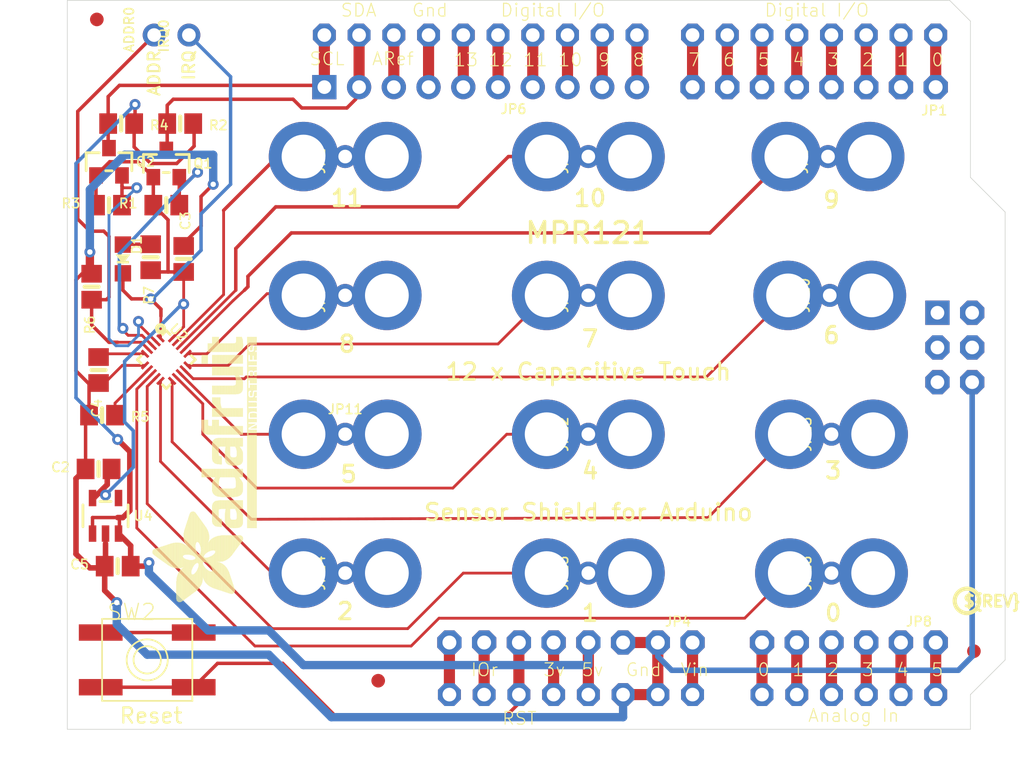
<source format=kicad_pcb>
(kicad_pcb (version 20221018) (generator pcbnew)
  (layers (0 "F.Cu" signal) (31 "B.Cu" signal) (34 "B.Paste" user) (35 "F.Paste" user) (36 "B.SilkS" user "B.Silkscreen") (37 "F.SilkS" user "F.Silkscreen") (38 "B.Mask" user) (39 "F.Mask" user) (44 "Edge.Cuts" user))
  (net 0 "")
  (net 1 "GND")
  (net 2 "VIN")
  (net 3 "+3V")
  (net 4 "~{RESET}")
  (net 5 "IORESET")
  (net 6 "NC")
  (net 7 "AREF")
  (net 8 "D5")
  (net 9 "D2")
  (net 10 "D1")
  (net 11 "D0")
  (net 12 "A5")
  (net 13 "A4")
  (net 14 "A3")
  (net 15 "A2")
  (net 16 "A1")
  (net 17 "A0")
  (net 18 "+5V")
  (net 19 "D13")
  (net 20 "D11")
  (net 21 "D12")
  (net 22 "D10")
  (net 23 "D9")
  (net 24 "D8")
  (net 25 "D7")
  (net 26 "D6")
  (net 27 "D3")
  (net 28 "D4")
  (net 29 "3.3V")
  (net 30 "N$114")
  (net 31 "N$115")
  (net 32 "IRQ")
  (net 33 "ELEC0")
  (net 34 "ELEC1")
  (net 35 "ELEC2")
  (net 36 "ELEC3")
  (net 37 "ELEC4")
  (net 38 "ELEC5")
  (net 39 "ELEC6")
  (net 40 "ELEC7")
  (net 41 "ELEC8")
  (net 42 "ELEC9")
  (net 43 "ELEC10")
  (net 44 "ELEC11")
  (net 45 "N$116")
  (net 46 "ADDR")
  (net 47 "SCL_3V")
  (net 48 "SDA_3V")
  (net 49 "SDA")
  (net 50 "SCL")
  (footprint "working:FIDUCIAL_1MM" (layer "F.Cu") (at 116.3701 79.7306)
    (fp_text reference "FID3" hide)
    (fp_text value "FIDUCIAL\"\"" hide)
  )
  (footprint "working:FIDUCIAL_1MM" (layer "F.Cu") (at 136.9441 128.1176)
    (fp_text reference "FID1" hide)
    (fp_text value "FIDUCIAL\"\"" hide)
  )
  (footprint "working:ALLIGATORCLIP" (layer "F.Cu") (at 170.0911 110.0836 90)
    (fp_text reference "AL4" hide)
    (fp_text value "ALLIGATORCLIP_MICRO" hide)
  )
  (footprint "" (layer "F.Cu") (at 129.4511 80.8736)
    (fp_text reference "@HOLE0" hide)
    (fp_text value "")
  )
  (footprint "working:ALLIGATORCLIP" (layer "F.Cu") (at 152.3111 89.7636 90)
    (fp_text reference "AL11" hide)
    (fp_text value "ALLIGATORCLIP_MICRO" hide)
  )
  (footprint "working:SOT23-WIDE" (layer "F.Cu") (at 121.4501 90.2716)
    (fp_text reference "Q1")
    (fp_text value "BSS138")
  )
  (footprint "working:CHIPLED_0805_NOOUTLINE" (layer "F.Cu") (at 118.2751 97.2566 180)
    (fp_text reference "D1")
    (fp_text value "RED")
  )
  (footprint "working:ALLIGATORCLIP" (layer "F.Cu") (at 134.5311 89.7636 90)
    (fp_text reference "AL12" hide)
    (fp_text value "ALLIGATORCLIP_MICRO" hide)
  )
  (footprint "working:1X01_ROUND" (layer "F.Cu") (at 152.3111 89.7636 90)
    (fp_text reference "JP3")
    (fp_text value "")
  )
  (footprint "working:0805-NO" (layer "F.Cu") (at 122.7201 97.2566 90)
    (fp_text reference "C3")
    (fp_text value "0.1uF")
  )
  (footprint "working:1X01_ROUND" (layer "F.Cu") (at 134.5311 110.0836)
    (fp_text reference "JP11")
    (fp_text value "")
  )
  (footprint "working:ALLIGATORCLIP" (layer "F.Cu") (at 134.5311 110.0836 -90)
    (fp_text reference "AL6" hide)
    (fp_text value "ALLIGATORCLIP_MICRO" hide)
  )
  (footprint "working:1X01_ROUND" (layer "F.Cu") (at 169.9641 99.9236 90)
    (fp_text reference "JP10")
    (fp_text value "")
  )
  (footprint "working:1X01_ROUND" (layer "F.Cu") (at 120.5611 80.8736 90)
    (fp_text reference "ADDR0")
    (fp_text value "")
  )
  (footprint "working:ALLIGATORCLIP" (layer "F.Cu") (at 152.3111 99.9236 90)
    (fp_text reference "AL8" hide)
    (fp_text value "ALLIGATORCLIP_MICRO" hide)
  )
  (footprint "working:SOT23-WIDE" (layer "F.Cu") (at 117.2591 90.1446)
    (fp_text reference "Q2")
    (fp_text value "BSS138")
  )
  (footprint "working:0805-NO" (layer "F.Cu") (at 117.8941 119.7356 180)
    (fp_text reference "C5")
    (fp_text value "10uF")
  )
  (footprint "working:1X01_ROUND" (layer "F.Cu") (at 169.8371 89.7636 90)
    (fp_text reference "JP5")
    (fp_text value "")
  )
  (footprint "" (layer "F.Cu") (at 180.2511 96.1136)
    (fp_text reference "@HOLE2" hide)
    (fp_text value "")
  )
  (footprint "working:1X01_ROUND" (layer "F.Cu") (at 170.0911 110.0836 90)
    (fp_text reference "JP13")
    (fp_text value "")
  )
  (footprint "working:1X01_ROUND" (layer "F.Cu") (at 152.3111 99.9236 90)
    (fp_text reference "JP9")
    (fp_text value "")
  )
  (footprint "working:1X08-CLEANBIG" (layer "F.Cu") (at 168.8211 84.6836)
    (fp_text reference "JP1")
    (fp_text value "")
  )
  (footprint "" (layer "F.Cu") (at 128.1811 129.1336)
    (fp_text reference "@HOLE1" hide)
    (fp_text value "")
  )
  (footprint "working:1X01_ROUND" (layer "F.Cu") (at 170.0911 120.2436 90)
    (fp_text reference "JP16")
    (fp_text value "")
  )
  (footprint "working:1X10_ROUND70" (layer "F.Cu") (at 144.4371 84.6836)
    (fp_text reference "JP6")
    (fp_text value "")
  )
  (footprint "working:0805-NO" (layer "F.Cu") (at 115.9891 99.2886 -90)
    (fp_text reference "R6")
    (fp_text value "75K")
  )
  (footprint "working:ALLIGATORCLIP" (layer "F.Cu") (at 169.8371 89.7636 90)
    (fp_text reference "AL10" hide)
    (fp_text value "ALLIGATORCLIP_MICRO" hide)
  )
  (footprint "working:0805-NO" (layer "F.Cu") (at 116.7511 108.6866)
    (fp_text reference "R5")
    (fp_text value "75K")
  )
  (footprint "working:0805-NO" (layer "F.Cu") (at 118.1481 87.3506)
    (fp_text reference "R4")
    (fp_text value "10K")
  )
  (footprint "working:ALLIGATORCLIP" (layer "F.Cu") (at 134.5311 120.2436 -90)
    (fp_text reference "AL3" hide)
    (fp_text value "ALLIGATORCLIP_MICRO" hide)
  )
  (footprint "working:ALLIGATORCLIP" (layer "F.Cu") (at 170.0911 120.2436 90)
    (fp_text reference "AL1" hide)
    (fp_text value "ALLIGATORCLIP_MICRO" hide)
  )
  (footprint "working:0805-NO" (layer "F.Cu") (at 116.4971 105.3846 -90)
    (fp_text reference "C4")
    (fp_text value "0.1uF")
  )
  (footprint "working:ALLIGATORCLIP" (layer "F.Cu") (at 152.3111 110.0836 90)
    (fp_text reference "AL5" hide)
    (fp_text value "ALLIGATORCLIP_MICRO" hide)
  )
  (footprint "working:0805-NO" (layer "F.Cu") (at 120.3071 97.1296 -90)
    (fp_text reference "R7")
    (fp_text value "1K")
  )
  (footprint "working:ADAFRUIT_TEXT_20MM" (layer "F.Cu") (at 128.0541 122.5296 90)
    (fp_text reference "U$9" hide)
    (fp_text value "" hide)
  )
  (footprint "working:QFN20_3MM_NOTHERMAL" (layer "F.Cu") (at 121.4501 104.6226 -45)
    (fp_text reference "U2")
    (fp_text value "MPR121")
  )
  (footprint "working:EVQ-Q2" (layer "F.Cu") (at 120.0531 126.5936)
    (fp_text reference "SW2")
    (fp_text value "SPST_TACT-EVQQ2")
  )
  (footprint "working:1X01_ROUND" (layer "F.Cu") (at 152.3111 110.0836 90)
    (fp_text reference "JP12")
    (fp_text value "")
  )
  (footprint "working:ALLIGATORCLIP" (layer "F.Cu") (at 152.3111 120.2436 90)
    (fp_text reference "AL2" hide)
    (fp_text value "ALLIGATORCLIP_MICRO" hide)
  )
  (footprint "working:FIDUCIAL_1MM" (layer "F.Cu") (at 180.5051 125.9586)
    (fp_text reference "FID2" hide)
    (fp_text value "FIDUCIAL\"\"" hide)
  )
  (footprint "working:1X01_ROUND" (layer "F.Cu") (at 134.5311 89.7636 90)
    (fp_text reference "JP2")
    (fp_text value "")
  )
  (footprint "working:0805-NO" (layer "F.Cu") (at 122.4661 87.3506)
    (fp_text reference "R2")
    (fp_text value "10K")
  )
  (footprint "working:1X01_ROUND" (layer "F.Cu") (at 152.3111 120.2436 90)
    (fp_text reference "JP15")
    (fp_text value "")
  )
  (footprint "working:SOT23-5" (layer "F.Cu") (at 117.0051 116.0526)
    (fp_text reference "U4")
    (fp_text value "MIC5225-3.3")
  )
  (footprint "working:ALLIGATORCLIP" (layer "F.Cu") (at 169.9641 99.9236 90)
    (fp_text reference "AL7" hide)
    (fp_text value "ALLIGATORCLIP_MICRO" hide)
  )
  (footprint "working:0805-NO" (layer "F.Cu") (at 116.4971 112.6236 180)
    (fp_text reference "C2")
    (fp_text value "10uF")
  )
  (footprint "working:PCBFEAT-REV-040" (layer "F.Cu") (at 179.9971 122.2756)
    (fp_text reference "U$8" hide)
    (fp_text value "" hide)
  )
  (footprint "working:1X01_ROUND" (layer "F.Cu") (at 123.1011 80.8736 90)
    (fp_text reference "IRQ0")
    (fp_text value "")
  )
  (footprint "working:0805-NO" (layer "F.Cu") (at 121.4501 93.3196 180)
    (fp_text reference "R1")
    (fp_text value "10K")
  )
  (footprint "working:0805-NO" (layer "F.Cu") (at 117.2591 93.3196 180)
    (fp_text reference "R3")
    (fp_text value "10K")
  )
  (footprint "working:ARDUINOR3_ICSP" (layer "F.Cu") (at 114.2111 131.6736)
    (fp_text reference "U$41" hide)
    (fp_text value "ARDUINO_R3_ICSP" hide)
    (fp_line (start 0 -53.34) (end 0 0) (stroke (width 0.05)) (layer "Edge.Cuts"))
    (fp_line (start 0 0) (end 66.04 0) (stroke (width 0.05)) (layer "Edge.Cuts"))
    (fp_line (start 64.516 -53.34) (end 0 -53.34) (stroke (width 0.05)) (layer "Edge.Cuts"))
    (fp_line (start 66.04 -51.816) (end 64.516 -53.34) (stroke (width 0.05)) (layer "Edge.Cuts"))
    (fp_line (start 66.04 -40.386) (end 66.04 -51.816) (stroke (width 0.05)) (layer "Edge.Cuts"))
    (fp_line (start 66.04 -2.54) (end 68.58 -5.08) (stroke (width 0.05)) (layer "Edge.Cuts"))
    (fp_line (start 66.04 0) (end 66.04 -2.54) (stroke (width 0.05)) (layer "Edge.Cuts"))
    (fp_line (start 68.58 -37.846) (end 66.04 -40.386) (stroke (width 0.05)) (layer "Edge.Cuts"))
    (fp_line (start 68.58 -5.08) (end 68.58 -37.846) (stroke (width 0.05)) (layer "Edge.Cuts"))
  )
  (footprint "working:1X01_ROUND" (layer "F.Cu") (at 134.5311 99.9236 90)
    (fp_text reference "JP7")
    (fp_text value "")
  )
  (footprint "working:1X01_ROUND" (layer "F.Cu") (at 134.5311 120.2436 90)
    (fp_text reference "JP14")
    (fp_text value "")
  )
  (footprint "working:1X08-CLEANBIG" (layer "F.Cu") (at 151.0411 125.3236 180)
    (fp_text reference "JP4")
    (fp_text value "")
  )
  (footprint "working:ALLIGATORCLIP" (layer "F.Cu") (at 134.5311 99.9236 90)
    (fp_text reference "AL9" hide)
    (fp_text value "ALLIGATORCLIP_MICRO" hide)
  )
  (footprint "working:1X06-CLEANBIG" (layer "F.Cu") (at 171.3611 125.3236 180)
    (fp_text reference "JP8")
    (fp_text value "")
  )
  (gr_text "4" (at 152.4381 112.7506) (layer "F.SilkS") (effects (font (size 1.20904 1.20904) (thickness 0.21336))))
  (gr_text "3" (at 170.2181 112.7506) (layer "F.SilkS") (effects (font (size 1.20904 1.20904) (thickness 0.21336))))
  (gr_text "11" (at 134.6581 92.8116) (layer "F.SilkS") (effects (font (size 1.20904 1.20904) (thickness 0.21336))))
  (gr_text "MPR121" (at 152.3111 95.3516) (layer "F.SilkS") (effects (font (size 1.52908 1.52908) (thickness 0.24892))))
  (gr_text "8" (at 134.6581 103.4796) (layer "F.SilkS") (effects (font (size 1.20904 1.20904) (thickness 0.21336))))
  (gr_text "9" (at 170.0911 92.9386) (layer "F.SilkS") (effects (font (size 1.20904 1.20904) (thickness 0.21336))))
  (gr_text "Reset" (at 122.7201 130.0226) (layer "F.SilkS") (effects (font (size 1.1176 1.1176) (thickness 0.1524)) (justify right top)))
  (gr_text "ADDR" (at 120.0531 81.8896 90) (layer "F.SilkS") (effects (font (size 0.8636 0.8636) (thickness 0.1524)) (justify right top)))
  (gr_text "IRQ" (at 122.5931 81.8896 90) (layer "F.SilkS") (effects (font (size 0.8636 0.8636) (thickness 0.1524)) (justify right top)))
  (gr_text "12 x Capacitive Touch" (at 152.3111 105.5116) (layer "F.SilkS") (effects (font (size 1.223264 1.223264) (thickness 0.199136))))
  (gr_text "10" (at 152.4381 92.8116) (layer "F.SilkS") (effects (font (size 1.20904 1.20904) (thickness 0.21336))))
  (gr_text "5" (at 134.7851 113.0046) (layer "F.SilkS") (effects (font (size 1.20904 1.20904) (thickness 0.21336))))
  (gr_text "0" (at 170.2181 123.1646) (layer "F.SilkS") (effects (font (size 1.20904 1.20904) (thickness 0.21336))))
  (gr_text "6" (at 170.0911 102.8446) (layer "F.SilkS") (effects (font (size 1.20904 1.20904) (thickness 0.21336))))
  (gr_text "2" (at 134.5311 123.0376) (layer "F.SilkS") (effects (font (size 1.20904 1.20904) (thickness 0.21336))))
  (gr_text "1" (at 152.4381 123.1646) (layer "F.SilkS") (effects (font (size 1.20904 1.20904) (thickness 0.21336))))
  (gr_text "Sensor Shield for Arduino" (at 152.3111 115.7986) (layer "F.SilkS") (effects (font (size 1.223264 1.223264) (thickness 0.199136))))
  (gr_text "7" (at 152.4381 103.0986) (layer "F.SilkS") (effects (font (size 1.20904 1.20904) (thickness 0.21336))))
  (segment (start 116.8171 119.8626) (end 116.9441 119.7356) (width 0.4064) (layer "F.Cu") (net 1))
  (segment (start 115.5471 112.6236) (end 115.5471 108.9406) (width 0.254) (layer "F.Cu") (net 1))
  (segment (start 116.6531 124.5936) (end 123.4531 124.5936) (width 0.254) (layer "F.Cu") (net 1))
  (segment (start 157.3911 129.1336) (end 157.3911 125.3236) (width 0.8128) (layer "F.Cu") (net 1))
  (segment (start 115.8621 119.8626) (end 116.8171 119.8626) (width 0.4064) (layer "F.Cu") (net 1))
  (segment (start 115.2881 98.3386) (end 114.8461 98.7806) (width 0.254) (layer "F.Cu") (net 1))
  (segment (start 117.8281 122.4026) (end 117.8281 124.5936) (width 0.254) (layer "F.Cu") (net 1))
  (segment (start 115.5471 108.9406) (end 115.8011 108.6866) (width 0.254) (layer "F.Cu") (net 1))
  (segment (start 114.8461 118.8466) (end 115.8621 119.8626) (width 0.4064) (layer "F.Cu") (net 1))
  (segment (start 115.8621 96.7486) (end 115.8621 98.2116) (width 0.6096) (layer "F.Cu") (net 1))
  (segment (start 123.9901 92.6846) (end 123.9901 94.8436) (width 0.254) (layer "F.Cu") (net 1))
  (segment (start 157.3911 125.3236) (end 154.8511 125.3236) (width 0.8128) (layer "F.Cu") (net 1))
  (segment (start 115.8011 106.4006) (end 115.8011 108.6866) (width 0.254) (layer "F.Cu") (net 1))
  (segment (start 124.8791 91.7956) (end 123.9901 92.6846) (width 0.254) (layer "F.Cu") (net 1))
  (segment (start 154.8511 129.1336) (end 157.3911 129.1336) (width 0.8128) (layer "F.Cu") (net 1))
  (segment (start 119.894462 105.046866) (end 118.231834 105.046866) (width 0.2032) (layer "F.Cu") (net 1))
  (segment (start 116.4971 106.3346) (end 115.8011 106.4006) (width 0.254) (layer "F.Cu") (net 1))
  (segment (start 115.9891 98.3386) (end 115.2881 98.3386) (width 0.254) (layer "F.Cu") (net 1))
  (segment (start 114.8461 98.7806) (end 114.8461 105.4456) (width 0.254) (layer "F.Cu") (net 1))
  (segment (start 116.9441 106.3346) (end 116.4971 106.3346) (width 0.2032) (layer "F.Cu") (net 1))
  (segment (start 118.231834 105.046866) (end 116.9441 106.3346) (width 0.2032) (layer "F.Cu") (net 1))
  (segment (start 116.9441 121.5186) (end 117.8281 122.4026) (width 0.4064) (layer "F.Cu") (net 1))
  (segment (start 117.0051 118.0846) (end 117.0051 119.6746) (width 0.4064) (layer "F.Cu") (net 1))
  (segment (start 117.0051 118.0846) (end 117.0051 117.3527) (width 0.254) (layer "F.Cu") (net 1))
  (segment (start 114.8461 113.3246) (end 114.8461 118.8466) (width 0.4064) (layer "F.Cu") (net 1))
  (segment (start 115.5471 112.6236) (end 114.8461 113.3246) (width 0.4064) (layer "F.Cu") (net 1))
  (segment (start 117.0051 119.6746) (end 116.9441 119.7356) (width 0.4064) (layer "F.Cu") (net 1))
  (segment (start 116.9441 119.7356) (end 116.9441 121.5186) (width 0.4064) (layer "F.Cu") (net 1))
  (segment (start 117.8281 124.5936) (end 116.6531 124.5936) (width 0.254) (layer "F.Cu") (net 1))
  (segment (start 140.6271 80.8736) (end 140.6271 84.6836) (width 0.8128) (layer "F.Cu") (net 1))
  (segment (start 114.8461 105.4456) (end 115.8011 106.4006) (width 0.254) (layer "F.Cu") (net 1))
  (segment (start 122.7201 96.1136) (end 122.7201 96.3066) (width 0.254) (layer "F.Cu") (net 1))
  (segment (start 123.9901 94.8436) (end 122.7201 96.1136) (width 0.254) (layer "F.Cu") (net 1))
  (segment (start 115.8621 98.2116) (end 115.9891 98.3386) (width 0.6096) (layer "F.Cu") (net 1))
  (via (at 117.8281 122.4026) (size 0.8001) (drill 0.3937) (layers "F.Cu" "B.Cu") (net 1))
  (via (at 124.8791 91.7956) (size 0.8001) (drill 0.3937) (layers "F.Cu" "B.Cu") (net 1))
  (via (at 115.8621 96.7486) (size 0.8001) (drill 0.3937) (layers "F.Cu" "B.Cu") (net 1))
  (segment (start 158.4071 127.3556) (end 179.3621 127.3556) (width 0.4064) (layer "B.Cu") (net 1))
  (segment (start 124.8791 89.6366) (end 118.4021 89.6366) (width 0.6096) (layer "B.Cu") (net 1))
  (segment (start 157.3911 125.3236) (end 157.3911 126.3396) (width 0.4064) (layer "B.Cu") (net 1))
  (segment (start 124.8791 89.6366) (end 124.8791 91.7956) (width 0.6096) (layer "B.Cu") (net 1))
  (segment (start 157.3911 126.3396) (end 158.4071 127.3556) (width 0.4064) (layer "B.Cu") (net 1))
  (segment (start 180.3781 126.3396) (end 180.3781 106.2736) (width 0.4064) (layer "B.Cu") (net 1))
  (segment (start 154.8511 129.1336) (end 154.8511 130.7846) (width 0.6096) (layer "B.Cu") (net 1))
  (segment (start 128.9431 126.2126) (end 120.0531 126.2126) (width 0.6096) (layer "B.Cu") (net 1))
  (segment (start 179.3621 127.3556) (end 180.3781 126.3396) (width 0.4064) (layer "B.Cu") (net 1))
  (segment (start 120.0531 126.2126) (end 117.8281 123.9876) (width 0.6096) (layer "B.Cu") (net 1))
  (segment (start 117.8281 123.9876) (end 117.8281 122.4026) (width 0.6096) (layer "B.Cu") (net 1))
  (segment (start 133.5151 130.7846) (end 128.9431 126.2126) (width 0.6096) (layer "B.Cu") (net 1))
  (segment (start 154.8511 130.7846) (end 133.5151 130.7846) (width 0.6096) (layer "B.Cu") (net 1))
  (segment (start 115.8621 92.1766) (end 115.8621 96.7486) (width 0.6096) (layer "B.Cu") (net 1))
  (segment (start 118.4021 89.6366) (end 115.8621 92.1766) (width 0.6096) (layer "B.Cu") (net 1))
  (segment (start 159.9311 125.3236) (end 159.9311 129.1336) (width 0.8128) (layer "F.Cu") (net 2))
  (segment (start 149.7711 125.3236) (end 149.7711 129.1336) (width 0.8128) (layer "F.Cu") (net 3))
  (segment (start 133.8961 130.7846) (end 146.2151 130.7846) (width 0.254) (layer "F.Cu") (net 4))
  (segment (start 116.6531 128.5936) (end 123.4531 128.5936) (width 0.254) (layer "F.Cu") (net 4))
  (segment (start 147.2311 125.3236) (end 147.2311 129.1336) (width 0.8128) (layer "F.Cu") (net 4))
  (segment (start 125.1991 126.8476) (end 129.9591 126.8476) (width 0.254) (layer "F.Cu") (net 4))
  (segment (start 129.9591 126.8476) (end 133.8961 130.7846) (width 0.254) (layer "F.Cu") (net 4))
  (segment (start 147.2311 129.7686) (end 147.2311 129.1336) (width 0.254) (layer "F.Cu") (net 4))
  (segment (start 146.2151 130.7846) (end 147.2311 129.7686) (width 0.254) (layer "F.Cu") (net 4))
  (segment (start 123.4531 128.5936) (end 125.1991 126.8476) (width 0.254) (layer "F.Cu") (net 4))
  (segment (start 144.6911 125.3236) (end 144.6911 129.1336) (width 0.8128) (layer "F.Cu") (net 5))
  (segment (start 142.1511 125.3236) (end 142.1511 129.1336) (width 0.8128) (layer "F.Cu") (net 6))
  (segment (start 138.0871 80.8736) (end 138.0871 84.6836) (width 0.8128) (layer "F.Cu") (net 7))
  (segment (start 165.0111 80.8736) (end 165.0111 84.6836) (width 0.8128) (layer "F.Cu") (net 8))
  (segment (start 172.6311 80.8736) (end 172.6311 84.6836) (width 0.8128) (layer "F.Cu") (net 9))
  (segment (start 175.1711 80.8736) (end 175.1711 84.6836) (width 0.8128) (layer "F.Cu") (net 10))
  (segment (start 177.7111 80.8736) (end 177.7111 84.6836) (width 0.8128) (layer "F.Cu") (net 11))
  (segment (start 177.7111 129.1336) (end 177.7111 125.3236) (width 0.8128) (layer "F.Cu") (net 12))
  (segment (start 175.1711 129.1336) (end 175.1711 125.3236) (width 0.8128) (layer "F.Cu") (net 13))
  (segment (start 172.6311 129.1336) (end 172.6311 125.3236) (width 0.8128) (layer "F.Cu") (net 14))
  (segment (start 170.0911 129.1336) (end 170.0911 125.3236) (width 0.8128) (layer "F.Cu") (net 15))
  (segment (start 167.5511 129.1336) (end 167.5511 125.3236) (width 0.8128) (layer "F.Cu") (net 16))
  (segment (start 165.0111 129.1336) (end 165.0111 125.3236) (width 0.8128) (layer "F.Cu") (net 17))
  (segment (start 117.8941 116.1796) (end 118.0211 116.3066) (width 0.254) (layer "F.Cu") (net 18))
  (segment (start 118.2751 116.1796) (end 118.7831 115.6716) (width 0.4064) (layer "F.Cu") (net 18))
  (segment (start 119.0981 89.0626) (end 120.3071 90.2716) (width 0.254) (layer "F.Cu") (net 18))
  (segment (start 123.4821 86.8426) (end 123.4161 86.9086) (width 0.254) (layer "F.Cu") (net 18))
  (segment (start 118.8441 118.2417) (end 118.8441 119.7356) (width 0.4064) (layer "F.Cu") (net 18))
  (segment (start 152.3111 125.3236) (end 152.3111 129.1336) (width 0.8128) (layer "F.Cu") (net 18))
  (segment (start 119.0981 87.3506) (end 119.0981 89.0626) (width 0.254) (layer "F.Cu") (net 18))
  (segment (start 118.8441 119.7356) (end 120.0531 119.7356) (width 0.4064) (layer "F.Cu") (net 18))
  (segment (start 117.8941 116.1796) (end 118.2751 116.1796) (width 0.4064) (layer "F.Cu") (net 18))
  (segment (start 119.1641 85.9536) (end 119.1641 87.2846) (width 0.254) (layer "F.Cu") (net 18))
  (segment (start 122.2121 90.2716) (end 123.4821 89.0016) (width 0.254) (layer "F.Cu") (net 18))
  (segment (start 123.4821 89.0016) (end 123.4821 86.8426) (width 0.254) (layer "F.Cu") (net 18))
  (segment (start 118.7831 115.6716) (end 118.7831 111.3536) (width 0.4064) (layer "F.Cu") (net 18))
  (segment (start 123.4161 86.9086) (end 123.4161 87.3506) (width 0.254) (layer "F.Cu") (net 18))
  (segment (start 116.0551 116.1796) (end 117.8941 116.1796) (width 0.254) (layer "F.Cu") (net 18))
  (segment (start 119.1641 87.2846) (end 119.0981 87.3506) (width 0.254) (layer "F.Cu") (net 18))
  (segment (start 118.0211 116.3066) (end 118.0211 117.2867) (width 0.254) (layer "F.Cu") (net 18))
  (segment (start 117.9551 117.3527) (end 118.8441 118.2417) (width 0.4064) (layer "F.Cu") (net 18))
  (segment (start 116.0551 117.3527) (end 116.0551 116.1796) (width 0.254) (layer "F.Cu") (net 18))
  (segment (start 120.0531 119.7356) (end 120.1801 119.4816) (width 0.4064) (layer "F.Cu") (net 18))
  (segment (start 120.3071 90.2716) (end 122.2121 90.2716) (width 0.254) (layer "F.Cu") (net 18))
  (segment (start 118.0211 117.2867) (end 117.9551 117.3527) (width 0.254) (layer "F.Cu") (net 18))
  (segment (start 118.7831 111.3536) (end 117.8941 110.4646) (width 0.4064) (layer "F.Cu") (net 18))
  (via (at 117.8941 110.4646) (size 0.8001) (drill 0.3937) (layers "F.Cu" "B.Cu") (net 18))
  (via (at 120.1801 119.4816) (size 0.8001) (drill 0.3937) (layers "F.Cu" "B.Cu") (net 18))
  (via (at 119.1641 85.9536) (size 0.8001) (drill 0.3937) (layers "F.Cu" "B.Cu") (net 18))
  (segment (start 120.1801 120.2436) (end 120.1801 119.4816) (width 0.6096) (layer "B.Cu") (net 18))
  (segment (start 114.8461 90.2716) (end 119.1641 85.9536) (width 0.254) (layer "B.Cu") (net 18))
  (segment (start 152.3111 126.9746) (end 131.4831 126.9746) (width 0.6096) (layer "B.Cu") (net 18))
  (segment (start 152.3111 125.3236) (end 152.3111 126.9746) (width 0.6096) (layer "B.Cu") (net 18))
  (segment (start 124.4981 124.4346) (end 120.1801 120.2436) (width 0.6096) (layer "B.Cu") (net 18))
  (segment (start 128.9431 124.4346) (end 124.4981 124.4346) (width 0.6096) (layer "B.Cu") (net 18))
  (segment (start 131.4831 126.9746) (end 128.9431 124.4346) (width 0.6096) (layer "B.Cu") (net 18))
  (segment (start 117.8941 110.4646) (end 114.8461 107.4166) (width 0.254) (layer "B.Cu") (net 18))
  (segment (start 114.8461 107.4166) (end 114.8461 90.2716) (width 0.254) (layer "B.Cu") (net 18))
  (segment (start 143.1671 80.8736) (end 143.1671 84.6836) (width 0.8128) (layer "F.Cu") (net 19))
  (segment (start 148.2471 80.8736) (end 148.2471 84.6836) (width 0.8128) (layer "F.Cu") (net 20))
  (segment (start 145.7071 80.8736) (end 145.7071 84.6836) (width 0.8128) (layer "F.Cu") (net 21))
  (segment (start 150.7871 80.8736) (end 150.7871 84.6836) (width 0.8128) (layer "F.Cu") (net 22))
  (segment (start 153.3271 80.8736) (end 153.3271 84.6836) (width 0.8128) (layer "F.Cu") (net 23))
  (segment (start 155.8671 80.8736) (end 155.8671 84.6836) (width 0.8128) (layer "F.Cu") (net 24))
  (segment (start 159.9311 84.6836) (end 159.9311 80.8736) (width 0.8128) (layer "F.Cu") (net 25))
  (segment (start 162.4711 80.8736) (end 162.4711 84.6836) (width 0.8128) (layer "F.Cu") (net 26))
  (segment (start 170.0911 80.8736) (end 170.0911 84.6836) (width 0.8128) (layer "F.Cu") (net 27))
  (segment (start 167.5511 84.6836) (end 167.5511 80.8736) (width 0.8128) (layer "F.Cu") (net 28))
  (segment (start 119.3731 90.1446) (end 120.5001 91.2716) (width 0.254) (layer "F.Cu") (net 29))
  (segment (start 117.1321 114.4016) (end 116.8146 114.0841) (width 0.254) (layer "F.Cu") (net 29))
  (segment (start 122.7201 98.2066) (end 122.7201 100.5586) (width 0.2032) (layer "F.Cu") (net 29))
  (segment (start 116.0551 114.7525) (end 116.1462 114.7525) (width 0.4064) (layer "F.Cu") (net 29))
  (segment (start 120.3071 98.0796) (end 120.4341 98.2066) (width 0.254) (layer "F.Cu") (net 29))
  (segment (start 120.5001 91.2716) (end 120.5001 93.3196) (width 0.254) (layer "F.Cu") (net 29))
  (segment (start 117.0051 114.5286) (end 117.1321 114.4016) (width 0.254) (layer "F.Cu") (net 29))
  (segment (start 116.8146 114.0841) (end 117.1321 113.7666) (width 0.4064) (layer "F.Cu") (net 29))
  (segment (start 122.7201 102.221229) (end 121.874362 103.066966) (width 0.2032) (layer "F.Cu") (net 29))
  (segment (start 116.1462 114.7525) (end 116.8146 114.0841) (width 0.4064) (layer "F.Cu") (net 29))
  (segment (start 121.5771 94.3966) (end 121.5771 98.2066) (width 0.254) (layer "F.Cu") (net 29))
  (segment (start 117.3091 90.1446) (end 119.3731 90.1446) (width 0.254) (layer "F.Cu") (net 29))
  (segment (start 122.7201 100.5586) (end 122.7201 102.221229) (width 0.2032) (layer "F.Cu") (net 29))
  (segment (start 116.3091 91.1446) (end 116.3091 93.3196) (width 0.254) (layer "F.Cu") (net 29))
  (segment (start 120.4341 98.2066) (end 121.5771 98.2066) (width 0.254) (layer "F.Cu") (net 29))
  (segment (start 121.5771 98.2066) (end 122.7201 98.2066) (width 0.254) (layer "F.Cu") (net 29))
  (segment (start 117.1321 112.9386) (end 117.4471 112.6236) (width 0.4064) (layer "F.Cu") (net 29))
  (segment (start 120.5001 93.3196) (end 121.5771 94.3966) (width 0.254) (layer "F.Cu") (net 29))
  (segment (start 116.3091 91.1446) (end 117.3091 90.1446) (width 0.254) (layer "F.Cu") (net 29))
  (segment (start 117.1321 113.7666) (end 117.1321 112.9386) (width 0.4064) (layer "F.Cu") (net 29))
  (via (at 122.7201 100.5586) (size 0.8001) (drill 0.3937) (layers "F.Cu" "B.Cu") (net 29))
  (via (at 117.0051 114.5286) (size 0.8001) (drill 0.3937) (layers "F.Cu" "B.Cu") (net 29))
  (segment (start 118.4021 109.1946) (end 119.0371 109.8296) (width 0.254) (layer "B.Cu") (net 29))
  (segment (start 122.7201 100.5586) (end 122.5931 100.5586) (width 0.254) (layer "B.Cu") (net 29))
  (segment (start 119.0371 112.4966) (end 117.0051 114.5286) (width 0.254) (layer "B.Cu") (net 29))
  (segment (start 119.0371 109.8296) (end 119.0371 112.4966) (width 0.254) (layer "B.Cu") (net 29))
  (segment (start 122.5931 100.5586) (end 118.4021 104.7496) (width 0.254) (layer "B.Cu") (net 29))
  (segment (start 118.4021 104.7496) (end 118.4021 109.1946) (width 0.254) (layer "B.Cu") (net 29))
  (segment (start 115.971362 104.198338) (end 116.4971 104.4346) (width 0.2032) (layer "F.Cu") (net 30))
  (segment (start 119.894462 104.198338) (end 115.971362 104.198338) (width 0.2032) (layer "F.Cu") (net 30))
  (segment (start 117.7011 107.805916) (end 117.7011 108.6866) (width 0.2032) (layer "F.Cu") (net 31))
  (segment (start 120.177306 105.32971) (end 117.7011 107.805916) (width 0.2032) (layer "F.Cu") (net 31))
  (segment (start 118.2751 98.3066) (end 118.2751 99.5426) (width 0.254) (layer "F.Cu") (net 32))
  (segment (start 121.025834 103.066966) (end 121.057468 101.4476) (width 0.2032) (layer "F.Cu") (net 32))
  (segment (start 118.9101 100.1776) (end 120.3071 100.1776) (width 0.254) (layer "F.Cu") (net 32))
  (segment (start 120.5611 100.4316) (end 121.057468 100.927969) (width 0.254) (layer "F.Cu") (net 32))
  (segment (start 118.2751 99.5426) (end 118.9101 100.1776) (width 0.254) (layer "F.Cu") (net 32))
  (segment (start 120.3071 100.1776) (end 120.5611 100.4316) (width 0.254) (layer "F.Cu") (net 32))
  (segment (start 121.057468 100.927969) (end 121.057468 101.4476) (width 0.254) (layer "F.Cu") (net 32))
  (via (at 120.3071 100.1776) (size 0.8001) (drill 0.3937) (layers "F.Cu" "B.Cu") (net 32))
  (segment (start 123.1011 80.8736) (end 126.1491 83.9216) (width 0.254) (layer "B.Cu") (net 32))
  (segment (start 123.9901 93.9546) (end 123.9901 96.6216) (width 0.254) (layer "B.Cu") (net 32))
  (segment (start 120.4341 100.1776) (end 120.3071 100.1776) (width 0.254) (layer "B.Cu") (net 32))
  (segment (start 123.9901 96.6216) (end 120.4341 100.1776) (width 0.254) (layer "B.Cu") (net 32))
  (segment (start 126.1491 83.9216) (end 126.1491 91.7956) (width 0.254) (layer "B.Cu") (net 32))
  (segment (start 126.1491 91.7956) (end 123.9901 93.9546) (width 0.254) (layer "B.Cu") (net 32))
  (segment (start 170.0911 120.2436) (end 173.1391 120.2436) (width 0.254) (layer "F.Cu") (net 33))
  (segment (start 119.2911 106.7816) (end 119.2911 116.9416) (width 0.2032) (layer "F.Cu") (net 33))
  (segment (start 127.9271 125.5776) (end 139.3571 125.5776) (width 0.2032) (layer "F.Cu") (net 33))
  (segment (start 119.2911 116.9416) (end 127.9271 125.5776) (width 0.2032) (layer "F.Cu") (net 33))
  (segment (start 139.3571 125.5776) (end 141.3891 123.5456) (width 0.2032) (layer "F.Cu") (net 33))
  (segment (start 141.3891 123.5456) (end 163.7411 123.5456) (width 0.2032) (layer "F.Cu") (net 33))
  (segment (start 120.46015 105.61255) (end 119.2911 106.7816) (width 0.2032) (layer "F.Cu") (net 33))
  (segment (start 167.0431 120.2436) (end 170.0911 120.2436) (width 0.254) (layer "F.Cu") (net 33))
  (segment (start 163.7411 123.5456) (end 167.0431 120.2436) (width 0.2032) (layer "F.Cu") (net 33))
  (segment (start 120.0531 106.585285) (end 120.0531 115.1636) (width 0.2032) (layer "F.Cu") (net 34))
  (segment (start 129.1971 124.3076) (end 139.1031 124.3076) (width 0.2032) (layer "F.Cu") (net 34))
  (segment (start 120.0531 115.1636) (end 129.1971 124.3076) (width 0.2032) (layer "F.Cu") (net 34))
  (segment (start 152.3111 120.2436) (end 155.3591 120.2436) (width 0.254) (layer "F.Cu") (net 34))
  (segment (start 120.74299 105.895394) (end 120.0531 106.585285) (width 0.2032) (layer "F.Cu") (net 34))
  (segment (start 139.1031 124.3076) (end 143.1671 120.2436) (width 0.2032) (layer "F.Cu") (net 34))
  (segment (start 149.2631 120.2436) (end 152.3111 120.2436) (width 0.254) (layer "F.Cu") (net 34))
  (segment (start 143.1671 120.2436) (end 149.2631 120.2436) (width 0.2032) (layer "F.Cu") (net 34))
  (segment (start 121.025834 112.072335) (end 129.1971 120.2436) (width 0.2032) (layer "F.Cu") (net 35))
  (segment (start 134.5311 120.2436) (end 137.5791 120.2436) (width 0.254) (layer "F.Cu") (net 35))
  (segment (start 121.025834 106.178238) (end 121.025834 112.072335) (width 0.2032) (layer "F.Cu") (net 35))
  (segment (start 129.1971 120.2436) (end 131.4831 120.2436) (width 0.2032) (layer "F.Cu") (net 35))
  (segment (start 131.4831 120.2436) (end 134.5311 120.2436) (width 0.254) (layer "F.Cu") (net 35))
  (segment (start 121.874362 110.634863) (end 127.6731 116.3066) (width 0.2032) (layer "F.Cu") (net 36))
  (segment (start 170.0911 110.0836) (end 167.0431 110.0836) (width 0.254) (layer "F.Cu") (net 36))
  (segment (start 161.0741 116.1796) (end 167.0431 110.0836) (width 0.2032) (layer "F.Cu") (net 36))
  (segment (start 121.874362 106.178238) (end 121.874362 110.634863) (width 0.2032) (layer "F.Cu") (net 36))
  (segment (start 170.0911 110.0836) (end 173.1391 110.0836) (width 0.254) (layer "F.Cu") (net 36))
  (segment (start 127.6731 116.3066) (end 161.0741 116.1796) (width 0.2032) (layer "F.Cu") (net 36))
  (segment (start 149.2631 110.0836) (end 152.3111 110.0836) (width 0.254) (layer "F.Cu") (net 37))
  (segment (start 142.4051 114.0206) (end 146.3421 110.0836) (width 0.2032) (layer "F.Cu") (net 37))
  (segment (start 152.3111 110.0836) (end 155.3591 110.0836) (width 0.254) (layer "F.Cu") (net 37))
  (segment (start 128.0541 114.0206) (end 142.4051 114.0206) (width 0.2032) (layer "F.Cu") (net 37))
  (segment (start 124.1171 107.855288) (end 124.1171 110.0836) (width 0.2032) (layer "F.Cu") (net 37))
  (segment (start 122.157206 105.895394) (end 124.1171 107.855288) (width 0.2032) (layer "F.Cu") (net 37))
  (segment (start 124.1171 110.0836) (end 128.0541 114.0206) (width 0.2032) (layer "F.Cu") (net 37))
  (segment (start 146.3421 110.0836) (end 149.2631 110.0836) (width 0.2032) (layer "F.Cu") (net 37))
  (segment (start 134.5311 110.0836) (end 131.4831 110.0836) (width 0.254) (layer "F.Cu") (net 38))
  (segment (start 122.440046 105.61255) (end 126.911096 110.0836) (width 0.2032) (layer "F.Cu") (net 38))
  (segment (start 126.911096 110.0836) (end 131.4831 110.0836) (width 0.2032) (layer "F.Cu") (net 38))
  (segment (start 137.5791 110.0836) (end 134.5311 110.0836) (width 0.254) (layer "F.Cu") (net 38))
  (segment (start 169.4561 100.0506) (end 169.8371 100.0506) (width 0.254) (layer "F.Cu") (net 39))
  (segment (start 127.2921 105.8926) (end 160.9471 105.8926) (width 0.2032) (layer "F.Cu") (net 39))
  (segment (start 169.9641 99.9236) (end 166.9161 99.9236) (width 0.254) (layer "F.Cu") (net 39))
  (segment (start 173.0121 99.9236) (end 169.9641 99.9236) (width 0.254) (layer "F.Cu") (net 39))
  (segment (start 123.412781 106.0196) (end 127.1651 106.0196) (width 0.2032) (layer "F.Cu") (net 39))
  (segment (start 169.5831 99.9236) (end 169.4561 100.0506) (width 0.254) (layer "F.Cu") (net 39))
  (segment (start 160.9471 105.8926) (end 166.9161 99.9236) (width 0.2032) (layer "F.Cu") (net 39))
  (segment (start 169.8371 100.0506) (end 169.9641 99.9236) (width 0.254) (layer "F.Cu") (net 39))
  (segment (start 122.72289 105.32971) (end 123.412781 106.0196) (width 0.2032) (layer "F.Cu") (net 39))
  (segment (start 127.1651 106.0196) (end 127.2921 105.8926) (width 0.2032) (layer "F.Cu") (net 39))
  (segment (start 169.9641 99.9236) (end 169.5831 99.9236) (width 0.254) (layer "F.Cu") (net 39))
  (segment (start 127.5461 103.4796) (end 145.7071 103.4796) (width 0.2032) (layer "F.Cu") (net 40))
  (segment (start 123.005734 105.046866) (end 125.978834 105.046866) (width 0.2032) (layer "F.Cu") (net 40))
  (segment (start 152.3111 99.9236) (end 149.2631 99.9236) (width 0.254) (layer "F.Cu") (net 40))
  (segment (start 125.978834 105.046866) (end 127.5461 103.4796) (width 0.2032) (layer "F.Cu") (net 40))
  (segment (start 145.7071 103.4796) (end 149.2631 99.9236) (width 0.2032) (layer "F.Cu") (net 40))
  (segment (start 155.3591 99.9236) (end 152.3111 99.9236) (width 0.254) (layer "F.Cu") (net 40))
  (segment (start 131.4831 99.9236) (end 134.5311 99.9236) (width 0.254) (layer "F.Cu") (net 41))
  (segment (start 123.005734 104.198338) (end 124.414362 104.198338) (width 0.2032) (layer "F.Cu") (net 41))
  (segment (start 131.3561 99.7966) (end 131.4831 99.9236) (width 0.2032) (layer "F.Cu") (net 41))
  (segment (start 128.8161 99.7966) (end 131.3561 99.7966) (width 0.2032) (layer "F.Cu") (net 41))
  (segment (start 134.5311 99.9236) (end 137.5791 99.9236) (width 0.254) (layer "F.Cu") (net 41))
  (segment (start 124.414362 104.198338) (end 128.8161 99.7966) (width 0.2032) (layer "F.Cu") (net 41))
  (segment (start 169.8371 89.7636) (end 168.4401 89.7636) (width 0.254) (layer "F.Cu") (net 42))
  (segment (start 127.4191 99.2886) (end 127.4191 98.5266) (width 0.254) (layer "F.Cu") (net 42))
  (segment (start 130.5941 95.3516) (end 161.2011 95.3516) (width 0.254) (layer "F.Cu") (net 42))
  (segment (start 169.8371 89.7636) (end 172.8851 89.7636) (width 0.254) (layer "F.Cu") (net 42))
  (segment (start 127.1651 99.5426) (end 127.4191 99.2886) (width 0.254) (layer "F.Cu") (net 42))
  (segment (start 127.4191 98.5266) (end 130.5941 95.3516) (width 0.254) (layer "F.Cu") (net 42))
  (segment (start 126.333784 100.3046) (end 127.1651 99.5426) (width 0.2032) (layer "F.Cu") (net 42))
  (segment (start 166.9161 89.8906) (end 166.7891 89.7636) (width 0.254) (layer "F.Cu") (net 42))
  (segment (start 168.3131 89.8906) (end 166.9161 89.8906) (width 0.254) (layer "F.Cu") (net 42))
  (segment (start 168.4401 89.7636) (end 168.3131 89.8906) (width 0.254) (layer "F.Cu") (net 42))
  (segment (start 122.72289 103.915494) (end 126.333784 100.3046) (width 0.2032) (layer "F.Cu") (net 42))
  (segment (start 161.2011 95.3516) (end 166.7891 89.7636) (width 0.254) (layer "F.Cu") (net 42))
  (segment (start 142.7861 93.4466) (end 146.4691 89.7636) (width 0.254) (layer "F.Cu") (net 43))
  (segment (start 149.2631 89.7636) (end 152.3111 89.7636) (width 0.254) (layer "F.Cu") (net 43))
  (segment (start 146.4691 89.7636) (end 149.2631 89.7636) (width 0.254) (layer "F.Cu") (net 43))
  (segment (start 129.4511 93.4466) (end 142.7861 93.4466) (width 0.254) (layer "F.Cu") (net 43))
  (segment (start 122.440046 103.632654) (end 126.5301 99.5426) (width 0.2032) (layer "F.Cu") (net 43))
  (segment (start 152.3111 89.7636) (end 155.3591 89.7636) (width 0.254) (layer "F.Cu") (net 43))
  (segment (start 126.5301 96.4946) (end 129.4511 93.4466) (width 0.254) (layer "F.Cu") (net 43))
  (segment (start 126.5301 99.5426) (end 126.5301 96.4946) (width 0.254) (layer "F.Cu") (net 43))
  (segment (start 125.6411 93.7006) (end 129.5781 89.7636) (width 0.254) (layer "F.Cu") (net 44))
  (segment (start 129.5781 89.7636) (end 131.4831 89.7636) (width 0.254) (layer "F.Cu") (net 44))
  (segment (start 131.4831 89.7636) (end 134.5311 89.7636) (width 0.254) (layer "F.Cu") (net 44))
  (segment (start 122.157206 103.34981) (end 125.6411 99.865916) (width 0.2032) (layer "F.Cu") (net 44))
  (segment (start 134.5311 89.7636) (end 137.5791 89.7636) (width 0.254) (layer "F.Cu") (net 44))
  (segment (start 125.6411 99.865916) (end 125.6411 93.7006) (width 0.2032) (layer "F.Cu") (net 44))
  (segment (start 118.3021 96.1796) (end 120.3071 96.1796) (width 0.254) (layer "F.Cu") (net 45))
  (segment (start 118.2751 96.2066) (end 118.3021 96.1796) (width 0.254) (layer "F.Cu") (net 45))
  (segment (start 116.8781 95.2246) (end 117.2591 95.6056) (width 0.254) (layer "F.Cu") (net 46))
  (segment (start 117.0711 100.2386) (end 115.9891 100.2386) (width 0.254) (layer "F.Cu") (net 46))
  (segment (start 117.2591 95.6056) (end 117.2591 100.0506) (width 0.254) (layer "F.Cu") (net 46))
  (segment (start 120.177306 103.915494) (end 119.614412 103.3526) (width 0.2032) (layer "F.Cu") (net 46))
  (segment (start 115.9891 102.0826) (end 117.2591 103.3526) (width 0.254) (layer "F.Cu") (net 46))
  (segment (start 114.9731 94.3356) (end 115.8621 95.2246) (width 0.254) (layer "F.Cu") (net 46))
  (segment (start 120.5611 80.8736) (end 114.9731 86.4616) (width 0.254) (layer "F.Cu") (net 46))
  (segment (start 114.9731 86.4616) (end 114.9731 94.3356) (width 0.254) (layer "F.Cu") (net 46))
  (segment (start 119.614412 103.3526) (end 117.8941 103.3526) (width 0.2032) (layer "F.Cu") (net 46))
  (segment (start 117.2591 100.0506) (end 117.0711 100.2386) (width 0.254) (layer "F.Cu") (net 46))
  (segment (start 115.9891 100.2386) (end 115.9891 102.0826) (width 0.254) (layer "F.Cu") (net 46))
  (segment (start 117.2591 103.3526) (end 117.8941 103.3526) (width 0.254) (layer "F.Cu") (net 46))
  (segment (start 115.8621 95.2246) (end 116.8781 95.2246) (width 0.254) (layer "F.Cu") (net 46))
  (segment (start 120.74299 103.34981) (end 119.4181 102.024919) (width 0.2032) (layer "F.Cu") (net 47))
  (segment (start 118.3361 92.0496) (end 118.2091 91.9226) (width 0.2032) (layer "F.Cu") (net 47))
  (segment (start 118.2091 91.1446) (end 118.2091 91.9226) (width 0.254) (layer "F.Cu") (net 47))
  (segment (start 118.2091 91.9226) (end 118.2091 93.3196) (width 0.254) (layer "F.Cu") (net 47))
  (segment (start 119.4181 102.024919) (end 119.4181 101.8286) (width 0.2032) (layer "F.Cu") (net 47))
  (segment (start 119.2911 92.0496) (end 118.3361 92.0496) (width 0.2032) (layer "F.Cu") (net 47))
  (via (at 119.4181 101.8286) (size 0.8001) (drill 0.3937) (layers "F.Cu" "B.Cu") (net 47))
  (via (at 119.2911 92.0496) (size 0.8001) (drill 0.3937) (layers "F.Cu" "B.Cu") (net 47))
  (segment (start 117.2591 103.0986) (end 117.2591 93.9546) (width 0.2032) (layer "B.Cu") (net 47))
  (segment (start 117.2591 93.9546) (end 119.2911 92.0496) (width 0.2032) (layer "B.Cu") (net 47))
  (segment (start 118.6561 103.6066) (end 117.7671 103.6066) (width 0.2032) (layer "B.Cu") (net 47))
  (segment (start 117.7671 103.6066) (end 117.2591 103.0986) (width 0.2032) (layer "B.Cu") (net 47))
  (segment (start 119.4181 101.8286) (end 119.4181 102.8446) (width 0.2032) (layer "B.Cu") (net 47))
  (segment (start 119.4181 102.8446) (end 118.6561 103.6066) (width 0.2032) (layer "B.Cu") (net 47))
  (segment (start 123.7361 90.9066) (end 122.4001 92.1766) (width 0.254) (layer "F.Cu") (net 48))
  (segment (start 122.4001 91.2716) (end 122.4001 92.1766) (width 0.254) (layer "F.Cu") (net 48))
  (segment (start 118.6561 102.8446) (end 118.2751 102.4636) (width 0.2032) (layer "F.Cu") (net 48))
  (segment (start 119.672096 102.8446) (end 118.6561 102.8446) (width 0.2032) (layer "F.Cu") (net 48))
  (segment (start 120.46015 103.632654) (end 119.672096 102.8446) (width 0.2032) (layer "F.Cu") (net 48))
  (segment (start 122.4001 92.1766) (end 122.4001 93.3196) (width 0.254) (layer "F.Cu") (net 48))
  (segment (start 118.2751 102.4636) (end 118.2751 102.3366) (width 0.2032) (layer "F.Cu") (net 48))
  (via (at 118.2751 102.3366) (size 0.8001) (drill 0.3937) (layers "F.Cu" "B.Cu") (net 48))
  (via (at 123.7361 90.9066) (size 0.8001) (drill 0.3937) (layers "F.Cu" "B.Cu") (net 48))
  (segment (start 122.3391 92.3036) (end 123.7361 90.9066) (width 0.254) (layer "B.Cu") (net 48))
  (segment (start 118.0211 102.3366) (end 118.0211 96.8756) (width 0.254) (layer "B.Cu") (net 48))
  (segment (start 118.0211 96.8756) (end 122.3391 92.3036) (width 0.254) (layer "B.Cu") (net 48))
  (segment (start 118.2751 102.3366) (end 118.0211 102.3366) (width 0.254) (layer "B.Cu") (net 48))
  (segment (start 130.7211 85.5726) (end 131.3561 86.2076) (width 0.254) (layer "F.Cu") (net 49))
  (segment (start 121.5161 87.3506) (end 121.5161 86.0146) (width 0.254) (layer "F.Cu") (net 49))
  (segment (start 135.2931 84.9376) (end 135.5471 84.6836) (width 0.254) (layer "F.Cu") (net 49))
  (segment (start 135.2931 85.5726) (end 135.2931 84.9376) (width 0.254) (layer "F.Cu") (net 49))
  (segment (start 121.5161 86.0146) (end 121.9581 85.5726) (width 0.254) (layer "F.Cu") (net 49))
  (segment (start 131.3561 86.2076) (end 134.6581 86.2076) (width 0.254) (layer "F.Cu") (net 49))
  (segment (start 134.6581 86.2076) (end 135.2931 85.5726) (width 0.254) (layer "F.Cu") (net 49))
  (segment (start 135.5471 80.8736) (end 135.5471 84.6836) (width 0.8128) (layer "F.Cu") (net 49))
  (segment (start 121.4501 89.2716) (end 121.5161 89.2056) (width 0.254) (layer "F.Cu") (net 49))
  (segment (start 121.9581 85.5726) (end 130.7211 85.5726) (width 0.254) (layer "F.Cu") (net 49))
  (segment (start 121.5161 89.2056) (end 121.5161 87.3506) (width 0.254) (layer "F.Cu") (net 49))
  (segment (start 132.8801 84.5566) (end 133.0071 84.6836) (width 0.254) (layer "F.Cu") (net 50))
  (segment (start 118.0211 84.5566) (end 132.8801 84.5566) (width 0.254) (layer "F.Cu") (net 50))
  (segment (start 133.0071 80.8736) (end 133.0071 84.6836) (width 0.8128) (layer "F.Cu") (net 50))
  (segment (start 117.1981 89.0836) (end 117.2591 89.1446) (width 0.254) (layer "F.Cu") (net 50))
  (segment (start 117.1981 87.3506) (end 117.1981 85.3796) (width 0.254) (layer "F.Cu") (net 50))
  (segment (start 117.1981 85.3796) (end 118.0211 84.5566) (width 0.254) (layer "F.Cu") (net 50))
  (segment (start 117.1981 87.3506) (end 117.1981 89.0836) (width 0.254) (layer "F.Cu") (net 50))
)
</source>
